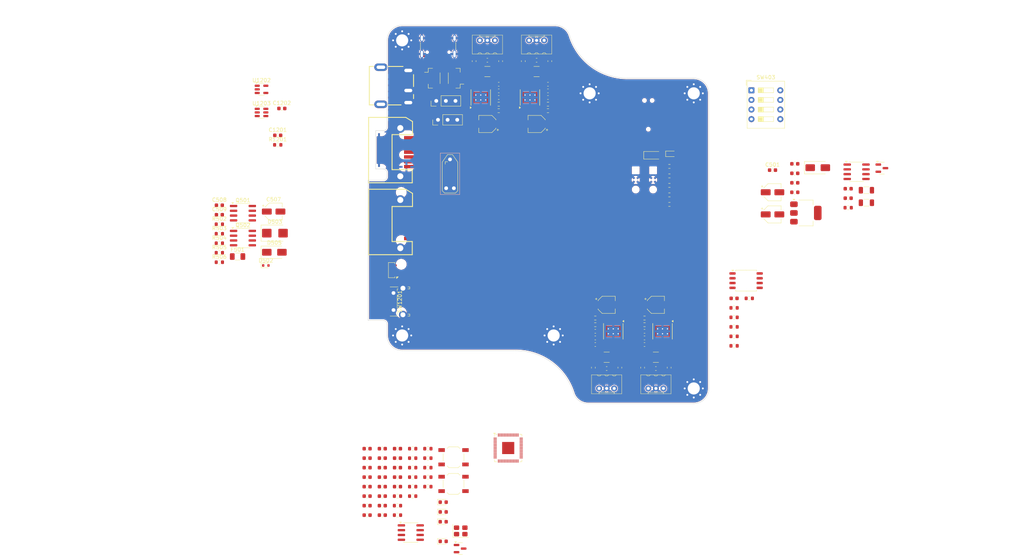
<source format=kicad_pcb>
(kicad_pcb (version 20241229) (generator "pcbnew") (generator_version "9.0")
  (title_block (title "Pump_board") (date "2024-12-04") (rev "${REVISION}") (company "${COMPANY}"))
  (layers (0 "F.Cu" signal "L1 (Sig)") (4 "In1.Cu" power "L2 (GND)") (6 "In2.Cu" power "L3 (PWR)") (2 "B.Cu" signal "L4 (Sig,)") (13 "F.Paste" user) (15 "B.Paste" user) (5 "F.SilkS" user "F.Silkscreen") (7 "B.SilkS" user "B.Silkscreen") (1 "F.Mask" user) (3 "B.Mask" user) (25 "Edge.Cuts" user))
  (net 0 "")
  (net 1 "+3.3V")
  (net 2 "GND")
  (net 3 "/System/MCU/RUN")
  (net 4 "+1V1")
  (net 5 "/System/MCU/XIN")
  (net 6 "/System/MCU/X_OUT_R")
  (net 7 "+5V")
  (net 8 "Net-(U403-OUT)")
  (net 9 "+3.3V_REF")
  (net 10 "+12V")
  (net 11 "Net-(D501-A)")
  (net 12 "Net-(U701-VREF)")
  (net 13 "Net-(U701-OUT1)")
  (net 14 "Net-(U701-OUT2)")
  (net 15 "/System/CAN/VREF")
  (net 16 "Net-(D401-K)")
  (net 17 "Net-(D402-K)")
  (net 18 "Net-(D403-K)")
  (net 19 "Net-(D405-K)")
  (net 20 "VBUS")
  (net 21 "Net-(D602-K)")
  (net 22 "/System/CAN/CAN_H")
  (net 23 "/System/CAN/CAN_L")
  (net 24 "/System/Debug Interface/RX")
  (net 25 "/System/Debug Interface/TX")
  (net 26 "Net-(J602-CC1)")
  (net 27 "Net-(J602-VBUS-PadA4)")
  (net 28 "/System/Debug Interface/D-")
  (net 31 "Net-(J602-CC2)")
  (net 32 "/System/Debug Interface/D+")
  (net 33 "/System/Debug Interface/SWCLK")
  (net 34 "/System/Debug Interface/SWDIO")
  (net 36 "/System/Debug Interface/RESET")
  (net 37 "/System/MCU/QSPI_SS")
  (net 38 "/System/MCU/USB_BOOT")
  (net 39 "Net-(U401-WP)")
  (net 40 "/System/MCU/LED1")
  (net 41 "/System/MCU/XOUT")
  (net 42 "Net-(U404-USB_DP)")
  (net 43 "/System/MCU/D+")
  (net 44 "/System/MCU/D-")
  (net 45 "Net-(U404-USB_DM)")
  (net 46 "Net-(U801-Rs)")
  (net 47 "/System/MCU/SDA")
  (net 48 "/System/MCU/SCL")
  (net 49 "/System/MCU/QSPI_SD2")
  (net 50 "/System/MCU/SWDIO")
  (net 51 "/System/MCU/RX")
  (net 52 "/System/MCU/CAN.TX")
  (net 53 "/System/MCU/QSPI_SCLK")
  (net 54 "/System/MCU/QSPI_SD0")
  (net 55 "/System/MCU/BOARD_TEMP")
  (net 56 "/System/MCU/QSPI_SD1")
  (net 57 "/System/MCU/CAN.RX")
  (net 58 "/System/MCU/TX")
  (net 59 "/System/MCU/SWCLK")
  (net 60 "/System/MCU/VERSION")
  (net 62 "/System/MCU/QSPI_SD3")
  (net 63 "/System/CAN/CAN.RX")
  (net 64 "/System/CAN/CAN.TX")
  (net 65 "Net-(J701-Pin_1)")
  (net 66 "Net-(J701-Pin_3)")
  (net 67 "Net-(U701-ISEN)")
  (net 68 "GND_{PU}")
  (net 70 "Net-(U802-VREF)")
  (net 71 "Net-(U802-OUT1)")
  (net 72 "Net-(U802-OUT2)")
  (net 73 "Net-(U803-VREF)")
  (net 74 "Net-(U803-OUT1)")
  (net 75 "Net-(U803-OUT2)")
  (net 76 "Net-(U804-VREF)")
  (net 77 "Net-(U804-OUT2)")
  (net 78 "Net-(U804-OUT1)")
  (net 79 "Net-(J802-Pin_1)")
  (net 80 "Net-(J802-Pin_3)")
  (net 81 "Net-(J803-Pin_1)")
  (net 82 "Net-(J803-Pin_3)")
  (net 83 "Net-(J804-Pin_1)")
  (net 84 "Net-(J804-Pin_3)")
  (net 85 "Net-(U802-ISEN)")
  (net 86 "Net-(U803-ISEN)")
  (net 87 "Net-(U804-ISEN)")
  (net 88 "/System/MCU/PUMP_1_IN2")
  (net 89 "/System/MCU/PUMP_4_VREF")
  (net 90 "/System/MCU/PUMP_3_IN2")
  (net 91 "/System/MCU/PUMP_1_VREF")
  (net 92 "/System/MCU/PUMP_2_IN1")
  (net 93 "/System/MCU/PUMP_3_VREF")
  (net 94 "/System/MCU/PUMP_4_IN1")
  (net 95 "/System/MCU/PUMP_3_IN1")
  (net 96 "/System/MCU/PUMP_2_VREF")
  (net 97 "/System/MCU/PUMP_4_IN2")
  (net 98 "/System/MCU/PUMP_2_IN2")
  (net 99 "/System/MCU/PUMP_1_IN1")
  (net 101 "Net-(U404-SWD)")
  (net 102 "Net-(U404-SWCLK)")
  (net 103 "Net-(U404-GPIO0)")
  (net 104 "Net-(U404-GPIO1)")
  (net 105 "/System/PUMP_1_VREF")
  (net 106 "/System/PUMP_2_VREF")
  (net 107 "/System/PUMP_3_VREF")
  (net 108 "/System/PUMP_4_VREF")
  (net 109 "/System/PUMP_1_IN1")
  (net 110 "/System/PUMP_1_IN2")
  (net 111 "/System/PUMP_2_IN2")
  (net 112 "/System/PUMP_2_IN1")
  (net 113 "/System/PUMP_3_IN2")
  (net 114 "/System/PUMP_3_IN1")
  (net 115 "/System/PUMP_4_IN2")
  (net 116 "/System/PUMP_4_IN1")
  (net 117 "/System/Power/SENSE_12V")
  (net 118 "/System/Power/SENSE_12V_JACK")
  (net 119 "+12V_JACK")
  (net 120 "Net-(D502-A)")
  (net 121 "Net-(F501-Pad2)")
  (net 122 "Net-(F501-Pad1)")
  (net 123 "+12V_CBUS")
  (net 124 "Net-(C1201-Pad1)")
  (net 128 "Net-(D404-DIN)")
  (net 137 "/System/MCU/PUMP_4_EN")
  (net 138 "/System/MCU/PUMP_3_EN")
  (net 139 "/System/MCU/PUMP_2_EN")
  (net 140 "/System/MCU/PUMP_1_EN")
  (net 141 "/System/MCU/VIN_JACK")
  (net 142 "/System/MCU/ENUM")
  (net 143 "/System/MCU/VIN_SATA")
  (net 144 "/System/MCU/LED2")
  (footprint "Connector_JST:JST_SH_BM03B-SRSS-TB_1x03-1MP_P1.00mm_Vertical" (layer "F.Cu") (at 133.2 45 90)
    (property "Reference" "J601" (hide yes))
    (property "Value" "BM03B-SRSS-TB" (hide yes))
  )
  (footprint "Resistor_SMD:R_0603_1608Metric" (layer "F.Cu") (at 144.5 53.6)
    (property "Reference" "R702" (hide yes))
    (property "Value" "1k" (hide yes))
  )
  (footprint "Capacitor_SMD:C_0603_1608Metric" (layer "F.Cu") (at 109.745 152.955)
    (property "Reference" "C405" (hide yes))
    (property "Value" "100nF" (hide yes))
  )
  (footprint "Resistor_SMD:R_1210_3225Metric" (layer "F.Cu") (at 186 118.75)
    (property "Reference" "R812" (hide yes))
    (property "Value" "100mR/0.5W")
  )
  (footprint "Resistor_SMD:R_0603_1608Metric" (layer "F.Cu") (at 125.785 152.955)
    (property "Reference" "R416" (hide yes))
    (property "Value" "1k" (hide yes))
  )
  (footprint "Capacitor_SMD:C_0603_1608Metric" (layer "F.Cu") (at 222.68 67.63)
    (property "Reference" "C503" (hide yes))
    (property "Value" "100nF" (hide yes))
  )
  (footprint "Capacitor_SMD:C_0603_1608Metric" (layer "F.Cu") (at 183.000001 111.9 180)
    (property "Reference" "C813" (hide yes))
    (property "Value" "1uF")
  )
  (footprint "Capacitor_SMD:C_0603_1608Metric" (layer "F.Cu") (at 170.000001 113.65 180)
    (property "Reference" "C810" (hide yes))
    (property "Value" "1uF")
  )
  (footprint "Resistor_SMD:R_0603_1608Metric" (layer "F.Cu") (at 206.6525 115.74)
    (property "Reference" "R421" (hide yes))
    (property "Value" "22R")
  )
  (footprint "Inductor_SMD:L_0603_1608Metric" (layer "F.Cu") (at 138 40.5 -90)
    (property "Reference" "FB702" (hide yes))
    (property "Value" "10R@100MHz" (hide yes))
  )
  (footprint "Resistor_SMD:R_0603_1608Metric" (layer "F.Cu") (at 206.6525 105.7)
    (property "Reference" "R417" (hide yes))
    (property "Value" "22R")
  )
  (footprint "LED_SMD:LED_0603_1608Metric" (layer "F.Cu") (at 129.835 159.645)
    (property "Reference" "D402" (hide yes))
    (property "Value" "RED" (hide yes))
  )
  (footprint "Capacitor_SMD:C_0603_1608Metric" (layer "F.Cu") (at 87.225 53)
    (property "Reference" "C1202")
    (property "Value" "100nF")
  )
  (footprint "Connector:Tag-Connect_TC2050-IDC-NL_2x05_P1.27mm_Vertical_with_bottom_clip" (layer "F.Cu") (at 131.635 70.27 -90)
    (property "Reference" "J606" (hide yes))
    (property "Value" "ARM_SWD_10" (hide yes))
  )
  (footprint "Resistor_SMD:R_0603_1608Metric" (layer "F.Cu") (at 183.000001 108.4 180)
    (property "Reference" "R811" (hide yes))
    (property "Value" "1k")
  )
  (footprint "Capacitor_SMD:C_0603_1608Metric" (layer "F.Cu") (at 216.8 69.3)
    (property "Reference" "C501")
    (property "Value" "100nF")
  )
  (footprint "Resistor_SMD:R_0603_1608Metric" (layer "F.Cu") (at 236.78 79.23)
    (property "Reference" "R803" (hide yes))
    (property "Value" "1k" (hide yes))
  )
  (footprint "Inductor_SMD:L_0603_1608Metric" (layer "F.Cu") (at 176.5 121.500001 90)
    (property "Reference" "FB804" (hide yes))
    (property "Value" "10R@100MHz")
  )
  (footprint "Package_SO:SOIC-8_3.9x4.9mm_P1.27mm" (layer "F.Cu") (at 121.275 165.095)
    (property "Reference" "U401" (hide yes))
    (property "Value" "AT24C256" (hide yes))
  )
  (footprint "Inductor_SMD:L_0603_1608Metric" (layer "F.Cu") (at 145 40.5 -90)
    (property "Reference" "FB701" (hide yes))
    (property "Value" "10R@100MHz" (hide yes))
  )
  (footprint "LED_SMD:LED_0603_1608Metric" (layer "F.Cu") (at 129.835 162.235)
    (property "Reference" "D403" (hide yes))
    (property "Value" "RED" (hide yes))
  )
  (footprint "TCY_connectors:Hirose_DF3A-03P-2DSA_1x03_P2.00mm_Vertical" (layer "F.Cu") (at 173 125.5 180)
    (property "Reference" "J803" (hide yes))
    (property "Value" "DF3A-03P-2DSA")
  )
  (footprint "Resistor_SMD:R_0603_1608Metric" (layer "F.Cu") (at 125.785 147.935)
    (property "Reference" "R414" (hide yes))
    (property "Value" "22R" (hide yes))
  )
  (footprint "Resistor_SMD:R_0603_1608Metric" (layer "F.Cu") (at 117.765 157.975)
    (property "Reference" "R402" (hide yes))
    (property "Value" "5.1k" (hide yes))
  )
  (footprint "Resistor_SMD:R_0603_1608Metric" (layer "F.Cu") (at 206.6525 108.21)
    (property "Reference" "R418" (hide yes))
    (property "Value" "22R")
  )
  (footprint "Capacitor_SMD:C_0603_1608Metric" (layer "F.Cu") (at 117.765 147.935)
    (property "Reference" "C419" (hide yes))
    (property "Value" "100nF" (hide yes))
  )
  (footprint "Capacitor_SMD:C_0603_1608Metric" (layer "F.Cu") (at 206.6525 103.19)
    (property "Reference" "C421" (hide yes))
    (property "Value" "100nF")
  )
  (footprint "Resistor_SMD:R_0603_1608Metric" (layer "F.Cu") (at 70.725 93.64)
    (property "Reference" "R506")
    (property "Value" "10k")
  )
  (footprint "Resistor_SMD:R_0603_1608Metric" (layer "F.Cu") (at 125.785 145.425)
    (property "Reference" "R413" (hide yes))
    (property "Value" "1k" (hide yes))
  )
  (footprint "Resistor_SMD:R_0603_1608Metric" (layer "F.Cu") (at 189.5675 75.84)
    (property "Reference" "R604" (hide yes))
    (property "Value" "270R" (hide yes))
  )
  (footprint "Capacitor_SMD:C_0603_1608Metric" (layer "F.Cu") (at 117.765 150.445)
    (property "Reference" "C420" (hide yes))
    (property "Value" "100nF" (hide yes))
  )
  (footprint "Resistor_SMD:R_0603_1608Metric" (layer "F.Cu") (at 144.5 51.85)
    (property "Reference" "R701" (hide yes))
    (property "Value" "1k" (hide yes))
  )
  (footprint "LED_SMD:LED_0603_1608Metric" (layer "F.Cu") (at 129.835 167.415)
    (property "Reference" "D405" (hide yes))
    (property "Value" "GREEN" (hide yes))
  )
  (footprint "Capacitor_SMD:C_0603_1608Metric" (layer "F.Cu") (at 144.5 50.1)
    (property "Reference" "C701" (hide yes))
    (property "Value" "1uF" (hide yes))
  )
  (footprint "Inductor_SMD:L_0603_1608Metric" (layer "F.Cu") (at 158 40.5 -90)
    (property "Reference" "FB801" (hide yes))
    (property "Value" "10R@100MHz")
  )
  (footprint "Inductor_SMD:L_0603_1608Metric" (layer "F.Cu") (at 189.5 121.500001 90)
    (property "Reference" "FB806" (hide yes))
    (property "Value" "10R@100MHz")
  )
  (footprint "LED_SMD:LED_0603_1608Metric" (layer "F.Cu") (at 129.835 157.055)
    (property "Reference" "D401" (hide yes))
    (property "Value" "RED" (hide yes))
  )
  (footprint "TCY_connectors:Hirose_DF3A-03P-2DSA_1x03_P2.00mm_Vertical" (layer "F.Cu") (at 154.5 36.5)
    (property "Reference" "J802" (hide yes))
    (property "Value" "DF3A-03P-2DSA")
  )
  (footprint "Button_Switch_SMD:SW_SPST_TL3342" (layer "F.Cu") (at 132.565 152.235)
    (property "Reference" "SW402" (hide yes))
    (property "Value" "TS-1187A-B-A-B" (hide yes))
  )
  (footprint "Capacitor_SMD:C_0603_1608Metric" (layer "F.Cu") (at 170.000001 111.9 180)
    (property "Reference" "C808" (hide yes))
    (property "Value" "1uF")
  )
  (footprint "Capacitor_SMD:C_0603_1608Metric" (layer "F.Cu") (at 113.755 157.975)
    (property "Reference" "C415" (hide yes))
    (property "Value" "100nF" (hide yes))
  )
  (footprint "Resistor_SMD:R_0603_1608Metric" (layer "F.Cu") (at 121.775 142.915)
    (property "Reference" "R404" (hide yes))
    (property "Value" "1k" (hide yes))
  )
  (footprint "Capacitor_SMD:C_0603_1608Metric" (layer "F.Cu") (at 141.5 40.25 180)
    (property "Reference" "C704" (hide yes))
    (property "Value" "10nF" (hide yes))
  )
  (footprint "Capacitor_SMD:C_0603_1608Metric" (layer "F.Cu") (at 113.755 147.935)
    (property "Reference" "C411" (hide yes))
    (property "Value" "100nF" (hide yes))
  )
  (footprint "Inductor_SMD:L_0603_1608Metric" (layer "F.Cu") (at 151 40.5 -90)
    (property "Reference" "FB802" (hide yes))
    (property "Value" "10R@100MHz")
  )
  (footprint "Resistor_SMD:R_0603_1608Metric" (layer "F.Cu") (at 70.725 88.62)
    (property "Reference" "R504")
    (property "Value" "10k")
  )
  (footprint "Capacitor_SMD:C_0603_1608Metric" (layer "F.Cu") (at 70.725 78.58)
    (property "Reference" "C508")
    (property "Value" "1uF")
  )
  (footprint "Capacitor_SMD:C_0603_1608Metric" (layer "F.Cu") (at 113.755 152.955)
    (property "Reference" "C413" (hide yes))
    (property "Value" "100nF" (hide yes))
  )
  (footprint "Button_Switch_THT:SW_Tactile_SPST_Angled_PTS645Vx58-2LFS" (layer "F.Cu") (at 116.7125 106.275 90)
    (property "Reference" "SW1201")
    (property "Value" "HCTL TC-6615-8-260G")
  )
  (footprint "Capacitor_SMD:C_0603_1608Metric" (layer "F.Cu") (at 70.725 81.09)
    (property "Reference" "C509")
    (property "Value" "1uF")
  )
  (footprint "Resistor_SMD:R_0603_1608Metric" (layer "F.Cu") (at 121.775 145.425)
    (property "Reference" "R405" (hide yes))
    (property "Value" "1k" (hide yes))
  )
  (footprint "Resistor_SMD:R_1206_3216Metric" (layer "F.Cu") (at 241.59 77.92)
    (property "Reference" "R802" (hide yes))
    (property "Value" "60R" (hide yes))
  )
  (footprint "Package_SO:SOIC-8_3.9x4.9mm_P1.27mm" (layer "F.Cu") (at 239 69.73)
    (property "Reference" "U801" (hide yes))
    (property "Value" "SN65HVD230" (hide yes))
  )
  (footprint "Capacitor_SMD:C_0603_1608Metric" (layer "F.Cu") (at 113.755 150.445)
    (property "Reference" "C412" (hide yes))
    (property "Value" "100nF" (hide yes))
  )
  (footprint "Capacitor_SMD:C_0603_1608Metric" (layer "F.Cu") (at 113.755 142.915)
    (property "Reference" "C409" (hide yes))
    (property "Value" "1uF" (hide yes))
  )
  (footprint "MountingHole:MountingHole_3.2mm_M3_Pad_Via" (layer "F.Cu") (at 119 113)
    (property "Reference" "H804" (hide yes))
    (property "Value" "M3")
  )
  (footprint "Capacitor_SMD:C_0603_1608Metric" (layer "F.Cu") (at 109.745 142.915)
    (property "Reference" "C401" (hide yes))
    (property "Value" "100nF" (hide yes))
  )
  (footprint "Resistor_SMD:R_0603_1608Metric" (layer "F.Cu") (at 170.000001 110.15 180)
    (property "Reference" "R807" (hide yes))
    (property "Value" "1k")
  )
  (footprint "Capacitor_SMD:C_0603_1608Metric" (layer "F.Cu") (at 183.000001 115.4 180)
    (property "Reference" "C814" (hide yes))
    (property "Value" "100nF")
  )
  (footprint "Button_Switch_SMD:SW_SPST_TL3342" (layer "F.Cu") (at 132.565 145.185)
    (property "Reference" "SW401" (hide yes))
    (property "Value" "TS-1187A-B-A-B" (hide yes))
  )
  (footprint "Capacitor_SMD:C_0603_1608Metric" (layer "F.Cu") (at 109.745 147.935)
    (property "Reference" "C403" (hide yes))
    (property "Value" "100nF" (hide yes))
  )
  (footprint "Inductor_SMD:L_0603_1608Metric" (layer "F.Cu") (at 182.500001 121.5 90)
    (property "Reference" "FB805" (hide yes))
    (property "Value" "10R@100MHz")
  )
  (footprint "Resistor_SMD:R_0603_1608Metric" (layer "F.Cu") (at 117.765 160.485)
    (property "Reference" "R403" (hide yes))
    (property "Value" "270R" (hide yes))
  )
  (footprint "Package_SO:SOIC-8_3.9x4.9mm_P1.27mm" (layer "F.Cu") (at 76.955 87.26)
    (property "Reference" "Q502")
    (property "Value" "AO4435")
  )
  (footprint "Resistor_SMD:R_0603_1608Metric" (layer "F.Cu") (at 206.6525 113.23)
    (property "Reference" "R420" (hide yes))
    (property "Value" "10k")
  )
  (footprint "Capacitor_SMD:C_0603_1608Metric" (layer "F.Cu") (at 109.745 155.465)
    (property "Reference" "C406" (hide yes))
    (property "Value" "10pF" (hide yes))
  )
  (footprint "Resistor_SMD:R_0603_1608Metric" (layer "F.Cu") (at 70.725 86.11)
    (property "Reference" "R503")
    (property "Value" "10k")
  )
  (footprint "Fuse:Fuse_1206_3216Metric" (layer "F.Cu") (at 75.535 92.14)
    (property "Reference" "F501")
    (property "Value" "2A")
  )
  (footprint "Capacitor_SMD:CP_Elec_4x5.4" (layer "F.Cu") (at 173 104.9)
    (property "Reference" "C812" (hide yes))
    (property "Value" "10uF/25V")
  )
  (footprint "Resistor_SMD:R_0603_1608Metric" (layer "F.Cu") (at 121.775 155.465)
    (property "Reference" "R409" (hide yes))
    (property "Value" "10k" (hide yes))
  )
  (footprint "Package_SO:SOIC-8_3.9x4.9mm_P1.27mm" (layer "F.Cu") (at 76.955 80.68)
    (property "Reference" "Q501")
    (property "Value" "AO4435")
  )
  (footprint "Capacitor_SMD:C_0603_1608Metric" (layer "F.Cu") (at 113.755 145.425)
    (property "Reference" "C410" (hide yes))
    (property "Value" "100nF" (hide yes))
  )
  (footprint "Capacitor_SMD:C_0603_1608Metric" (layer "F.Cu") (at 236.78 74.21)
    (property "Reference" "C801" (hide yes))
    (property "Value" "10nF" (hide yes))
  )
  (footprint "Resistor_SMD:R_0603_1608Metric" (layer "F.Cu") (at 189.5675 68.31)
    (property "Reference" "R601" (hide yes))
    (property "Value" "0R" (hide yes))
  )
  (footprint "Resistor_SMD:R_0603_1608Metric" (layer "F.Cu") (at 125.785 142.915)
    (property "Reference" "R412" (hide yes))
    (property "Value" "270R" (hide yes))
  )
  (footprint "Package_SO:Texas_HTSOP-8-1EP_3.9x4.9mm_P1.27mm_EP2.95x4.9mm_Mask2.4x3.1mm_ThermalVias" (layer "F.Cu") (at 152.75 50.1 90)
    (property "Reference" "U802" (hide yes))
    (property "Value" "DRV8870DDA")
  )
  (footprint "Capacitor_SMD:C_0603_1608Metric" (layer "F.Cu") (at 186 121.75)
    (property "Reference" "C816" (hide yes))
    (property "Value" "10nF")
  )
  (footprint "Capacitor_SMD:C_0603_1608Metric" (layer "F.Cu") (at 144.5 46.6)
    (property "Reference" "C702" (hide yes))
    (property "Value" "100nF" (hide yes))
  )
  (footprint "Capacitor_SMD:C_0603_1608Metric" (layer "F.Cu") (at 170.000001 115.4 180)
    (property "Reference" "C809" (hide yes))
    (property "Value" "100nF")
  )
  (footprint "Resistor_SMD:R_0603_1608Metric" (layer "F.Cu") (at 121.775 150.445)
    (property "Reference" "R407" (hide yes))
    (property "Value" "10k" (hide yes))
  )
  (footprint "Resistor_SMD:R_0603_1608Metric" (layer "F.Cu") (at 121.775 152.955)
    (property "Reference" "R408" (hide yes))
    (property "Value" "270R" (hide yes))
  )
  (footprint "Capacitor_SMD:C_0603_1608Metric" (layer "F.Cu") (at 154.5 40.25 180)
    (property "Reference" "C806" (hide yes))
    (property "Value" "10nF")
  )
  (footprint "Package_DFN_QFN:QFN-56-1EP_7x7mm_P0.4mm_EP3.2x3.2mm" (layer "F.Cu") (at 147 142.75)
    (property "Reference" "U404" (hide yes))
    (property "Value" "RP2040" (hide yes))
  )
  (footprint "Capacitor_SMD:C_0603_1608Metric" (layer "F.Cu") (at 86.1425 60.105)
    (property "Reference" "C1201")
    (property "Value" "100nF")
  )
  (footprint "Connector_JST:JST_SH_BM03B-SRSS-TB_1x03-1MP_P1.00mm_Vertical" (layer "F.Cu") (at 127 45 -90)
    (property "Reference" "J604" (hide yes))
    (property "Value" "BM03B-SRSS-TB" (hide yes))
  )
  (footprint "Capacitor_SMD:C_0603_1608Metric" (layer "F.Cu") (at 113.755 160.485)
    (property "Reference" "C416" (hide yes))
    (property "Value" "1uF" (hide yes))
  )
  (footprint "Diode_SMD:D_SMB" (layer "F.Cu") (at 85.4 85.95)
    (property "Reference" "D503")
    (property "Value" "SMBJ13CA")
  )
  (footprint "Package_TO_SOT_SMD:SOT-23" (layer "F.Cu") (at 134.295 169.33)
    (property "Reference" "U403" (hide yes))
    (property "Value" "REF3033" (hide yes))
  )
  (footprint "TCY_connectors:Hirose_DF3A-03P-2DSA_1x03_P2.00mm_Vertical" (layer "F.Cu") (at 141.5 36.5)
    (property "Reference" "J701" (hide yes))
    (property "Value" "DF3A-03P-2DSA")
  )
  (footprint "TCY_connectors:HYC_HYCW02-SATA07-250B_Horizontal_THT" (layer "F.Cu") (at 119.6275 83.55 -90)
    (property "Reference" "J801" (hide yes))
    (property "Value" "SATA07-250B")
  )
  (footprint "Capacitor_SMD:CP_Elec_4x5.4" (layer "F.Cu") (at 186 104.9)
    (property "Reference" "C817" (hide yes))
    (property "Value" "10uF/25V")
  )
  (footprint "Capacitor_SMD:C_0603_1608Metric" (layer "F.Cu") (at 113.755 155.465)
    (property "Reference" "C414" (hide yes))
    (property "Value" "100nF" (hide yes))
  )
  (footprint "Capacitor_SMD:C_0603_1608Metric" (layer "F.Cu") (at 157.5 46.6)
    (property "Reference" "C804" (hide yes))
    (property "Value" "100nF")
  )
  (footprint "Capacitor_SMD:C_0603_1608Metric" (layer "F.Cu") (at 183.000001 113.65 180)
    (property "Reference" "C815" (hide yes))
    (property "Value" "1uF")
  )
  (footprint "Crystal:Crystal_SMD_Abracon_ABM8G-4Pin_3.2x2.5mm" (layer "F.Cu") (at 134.465 164.655)
    (property "Reference" "Y401" (hide yes))
    (property "Value" "12MHz" (hide yes))
  )
  (footprint "Resistor_SMD:R_0603_1608Metric" (layer "F.Cu") (at 117.765 155.465)
    (property "Reference" "R401" (hide yes))
    (property "Value" "5.1k" (hide yes))
  )
  (footprint "Resistor_SMD:R_0603_1608Metric" (layer "F.Cu") (at 210.6625 103.19)
    (property "Reference" "R422" (hide yes))
    (property "Value" "22R")
  )
  (footprint "MountingHole:MountingHole_3.2mm_M3_Pad_Via" (layer "F.Cu") (at 196 49)
    (property "Reference" "H801" (hide yes))
    (property "Value" "M3")
  )
  (footprint "Capacitor_SMD:C_0603_1608Metric" (layer "F.Cu") (at 157.5 50.1)
    (property "Reference" "C803" (hide yes))
    (property "Value" "1uF")
  )
  (footprint "TCY_smd_leds:WS2812B_2.0x4.0mm_Side_view" (layer "F.Cu") (at 117 95.73 -90)
    (property "Reference" "D404" (hide yes))
    (property "Value" "WS2812B")
  )
  (footprint "Package_SO:SOIC-8_5.3x5.3mm_P1.27mm" (layer "F.Cu") (at 209.8225 98.51)
    (property "Reference" "U405" (hide yes))
    (property "Value" "W25Q128JVS")
  )
  (footprint "Resistor_SMD:R_0603_1608Metric" (layer "F.Cu") (at 70.725 83.6)
    (property "Reference" "R502")
    (property "Value" "10k")
  )
  (footprint "LED_SMD:LED_0603_1608Metric" (layer "F.Cu") (at 190.0575 64.99)
    (property "Reference" "D602" (hide yes))
    (property "Value" "RED" (hide yes))
  )
  (footprint "Capacitor_SMD:C_0603_1608Metric" (layer "F.Cu") (at 109.745 157.975)
    (property "Reference" "C407" (hide yes))
    (property "Value" "10pF" (hide yes))
  )
  (footprint "Capacitor_SMD:C_0603_1608Metric" (layer "F.Cu") (at 222.68 72.65)
    (property "Reference" "C506" (hide yes))
    (property "Value" "100nF" (hide yes))
  )
  (footprint "Connector_PinHeader_2.54mm:PinHeader_1x03_P2.54mm_Vertical" (layer "F.Cu") (at 128 51 90)
    (property "Reference" "J603" (hide yes))
    (property "Value" "Pin_header_01x03" (hide yes))
  )
  (footprint "Diode_SMD:D_SOD-523" (layer "F.Cu") (at 83 94.5)
    (property "Reference" "D502")
    (property "Value" "MM5Z5V1")
  )
  (footprint "Resistor_SMD:R_1210_3225Metric" (layer "F.Cu") (at 173 118.75)
    (property "Reference" "R809" (hide yes))
    (property "Value" "100mR/0.5W")
  )
  (footprint "Diode_SMD:D_SOD-123" (layer "F.Cu") (at 185.1425 65.37)
    (property "Reference" "D601" (hide yes))
    (property "Value" "B5817W" (hide yes))
  )
  (footprint "Package_TO_SOT_SMD:SOT-23" (layer "F.Cu") (at 245.68 68.775)
    (property "Reference" "D801" (hide yes))
    (property "Value" "PSM712-LF-T7" (hide yes))
  )
  (footprint "Diode_SMD:D_SMA" (layer "F.Cu") (at 85.25 91)
    (property "Reference" "D505")
    (property "Value" "SS34")
  )
  (footprint "Resistor_SMD:R_0603_1608Metric" (layer "F.Cu") (at 121.775 147.935)
    (property "Reference" "R406" (hide yes))
    (property "Value" "0R" (hide yes))
  )
  (footprint "TCY_connectors:Barrel_Jack_DC-044A-A250" (layer "F.Cu") (at 117 47)
    (property "Reference" "J501" (hide yes))
    (property "Value" "DC-044A-A250")
  )
  (footprint "Capacitor_SMD:C_0603_1608Metric" (layer "F.Cu") (at 222.68 70.14)
    (property "Reference" "C505" (hide yes))
    (property "Value" "100nF" (hide yes))
  )
  (footprint "MountingHole:MountingHole_3.2mm_M3_Pad_Via" (layer "F.Cu") (at 168.5 49)
    (property "Reference" "H802" (hide yes))
    (property "Value" "M3")
  )
  (footprint "Resistor_SMD:R_0603_1608Metric" (layer "F.Cu") (at 189.5675 70.82)
    (property "Reference" "R602" (hide yes))
    (property "Value" "5.1k" (hide yes))
  )
  (footprint "Resistor_SMD:R_1206_3216Metric" (layer "F.Cu") (at 241.59 74.61)
    (property "Reference" "R801" (hide yes))
    (property "Value" "60R" (hide yes))
  )
  (footprint "TCY_connectors:Hirose_DF3A-03P-2DSA_1x03_P2.00mm_Vertical" (layer "F.Cu") (at 186 125.5 180)
    (property "Reference" "J804" (hide yes))
    (property "Value" "DF3A-03P-2DSA")
  )
  (footprint "Capacitor_SMD:C_0603_1608Metric" (layer "F.Cu") (at 236.78 76.72)
    (property "Reference" "C802" (hide yes))
    (property "Value" "100nF" (hide yes))
  )
  (footprint "Capacitor_SMD:C_0603_1608Metric" (layer "F.Cu") (at 109.745 150.445)
    (property "Reference" "C404" (hide yes))
    (property "Value" "100nF" (hide yes))
  )
  (footprint "Inductor_SMD:L_0603_1608Metric" (layer "F.Cu") (at 169.500001 121.5 90)
    (property "Reference" "FB803" (hide yes))
    (property "Value" "10R@100MHz")
  )
  (footprint "Resistor_SMD:R_0603_1608Metric" (layer "F.Cu") (at 206.6525 110.72)
    (property "Reference" "R419" (hide yes))
    (property "Value" "1k")
  )
  (footprint "Capacitor_SMD:CP_Elec_4x5.4" (layer "F.Cu") (at 141.5 57.1 180)
    (property "Reference" "C705" (hide yes))
    (property "Value" "10uF/25V" (hide yes))
  )
  (footprint "Resistor_SMD:R_0603_1608Metric" (layer "F.Cu") (at 125.785 150.445)
    (property "Reference" "R415" (hide yes))
    (property "Value" "22R" (hide yes))
  )
  (footprint "Capacitor_SMD:C_0603_1608Metric" (layer "F.Cu") (at 109.745 160.485)
    (property "Reference" "C408" (hide yes))
    (property "Value" "1uF" (hide yes))
  )
  (footprint "Resistor_SMD:R_1210_3225Metric" (layer "F.Cu") (at 141.5 43.25 180)
    (property "Reference" "R703" (hide yes))
    (property "Value" "100mR/0.5W" (hide yes))
  )
  (footprint "Package_TO_SOT_SMD:SOT-23-5" (layer "F.Cu") (at 81.8625 47.95)
    (property "Reference" "U1202")
    (property "Value" "SN74LVC1G14DBV")
  )
  (footprint "Capacitor_SMD:C_0603_1608Metric" (layer "F.Cu") (at 117.765 145.425)
    (property "Reference" "C418" (hide yes))
    (property "Value" "1uF" (hide yes))
  )
  (footprint "Package_TO_SOT_SMD:SOT-223-3_TabPin2" (layer "F.Cu") (at 225.6 80.615)
    (property "Reference" "U501" (hide yes))
    (property "Value" "AMS1117-3.3" (hide yes))
  )
  (footprint "TCY_connectors:HYC_HYCW02-SATA07-250B_Horizontal_THT" (layer "F.Cu") (at 119.6275 64.55 -90)
    (property "Reference" "J1" (hide yes))
    (property "Value" "SATA07-250B")
  )
  (footprint "Resistor_SMD:R_0603_1608Metric" (layer "F.Cu") (at 86.1425 62.615)
    (property "Reference" "R1201")
    (property "Value" "10k")
  )
  (footprint "Capacitor_SMD:CP_Elec_4x5.4" (layer "F.Cu") (at 216.8 75.15)
    (property "Reference" "C502" (hide yes))
    (property "Value" "10uF/25V" (hide yes))
  )
  (footprint "Capacitor_SMD:CP_Elec_4x5.4" (layer "F.Cu") (at 85.055 80.25)
    (property "Reference" "C507")
    (property "Value" "10uF/25V")
  )
  (footprint "Capacitor_SMD:C_0603_1608Metric" (layer "F.Cu") (at 157.5 48.35)
    (property "Reference" "C805" (hide yes))
    (property "Value" "1uF")
  )
  (footprint "Connector_USB:USB_C_Receptacle_GCT_USB4105-xx-A_16P_TopMnt_Horizontal" (layer "F.Cu") (at 128.5 35.5 180)
    (property "Reference" "J602" (hide yes))
    (property "Value" "U263-163N-4BLS1735" (hide yes))
  )
  (footprint "Capacitor_SMD:CP_Elec_4x5.4" (layer "F.Cu") (at 216.8 81)
    (property "Reference" "C504" (hide yes))
    (property "Value" "10uF/25V" (hide yes))
  )
  (footprint "MountingHole:MountingHole_3.2mm_M3_Pad_Via" (layer "F.Cu") (at 196 127)
    (property "Reference" "H803" (hide yes))
    (property "Value" "M3")
  )
  (footprint "Resistor_SMD:R_0603_1608Metric" (layer "F.Cu") (at 189.5675 73.33)
    (property "Reference" "R603" (hide yes))
    (property "Value" "5.1k" (hide yes))
  )
  (footprint "Capacitor_SMD:C_0603_1608Metric" (layer "F.Cu") (at 173 121.75)
    (property "Reference" "C811" (hide yes))
    (property "Value" "10nF")
  )
  (footprint "MountingHole:MountingHole_3.2mm_M3_Pad_Via" (layer "F.Cu") (at 159 113)
    (property "Reference" "H805" (hide yes))
    (property "Value" "M3")
  )
  (footprint "Capacitor_SMD:C_0603_1608Metric" (layer "F.Cu") (at 117.765 142.915)
    (property "Reference" "C417" (hide yes))
    (property "Value" "100nF" (hide yes))
  )
  (footprint "Inductor_SMD:L_0603_1608Metric" (layer "F.Cu") (at 117.765 152.955)
    (property "Reference" "FB401" (hide yes))
    (property "Value" "10R@100MHz" (hide yes))
  )
  (footprint "Capacitor_SMD:C_0603_1608Metric" (layer "F.Cu") (at 144.5 48.35)
    (property "Reference" "C703" (hide yes))
    (property "Value" "1uF" (hide yes))
  )
  (footprint "Connector_PinHeader_2.54mm:PinHeader_1x03_P2.54mm_Vertical" (layer "F.Cu") (at 128.46 56 90)
    (property "Reference" "J605" (hide yes))
    (property "Value" "Pin_header_01x03" (hide yes))
  )
  (footprint "Resistor_SMD:R_0603_1608Metric" (layer "F.Cu") (at 157.5 53.6)
    (property "Reference" "R805" (hide yes))
    (property "Value" "1k")
  )
  (footprint "Package_TO_SOT_SMD:SOT-23-6" (layer "F.Cu") (at 81.8625 54.05)
    (property "Reference" "U1203")
    (property "Value" "SN74LVC1T45DBV")
  )
  (footprint "Inductor_SMD:L_0603_1608Metric" (layer "F.Cu") (at 222.68 75.16)
    (property "Reference" "FB501" (hide yes))
    (property "Value" "10R@100MHz" (hide yes))
  )
  (footprint "Package_SO:Texas_HTSOP-8-1EP_3.9x4.9mm_P1.27mm_EP2.95x4.9mm_Mask2.4x3.1mm_ThermalVias" (layer "F.Cu") (at 187.75 111.9 -90)
    (property "Reference" "U804" (hide yes))
    (property "Value" "DRV8870DDA")
  )
  (footprint "Resistor_SMD:R_0603_1608Metric" (layer "F.Cu") (at 170.000001 108.4 180)
    (property "Reference" "R808" (hide yes))
    (property "Value" "1k")
  )
  (footprint "Resistor_SMD:R_0603_1608Metric" (layer "F.Cu") (at 157.5 51.85)
    (property "Reference" "R804" (hide yes))
    (property "Value" "1k")
  )
  (footprint "Diode_SMD:D_SMA" (layer "F.Cu") (at 228.755 68.65)
    (property "Reference" "D501" (hide yes))
    (property "Value" "SS34" (hide yes))
  )
  (footprint "Package_SO:Texas_HTSOP-8-1EP_3.9x4.9mm_P1.27mm_EP2.95x4.9mm_Mask2.4x3.1mm_ThermalVias" (layer "F.Cu") (at 139.75 50.1 90)
    (property "Reference" "U701" (hide yes))
    (property "Value" "DRV8870DDA" (hide yes))
  )
  (footprint "Capacitor_SMD:C_0603_1608Metric" (layer "F.Cu") (at 109.745 145.425)
    (property "Reference" "C402" (hide yes))
    (property "Value" "1uF" (hide yes))
  )
  (footprint "Button_Switch_THT:SW_DIP_SPSTx04_Slide_9.78x12.34mm_W7.62mm_P2.54mm" (layer "F.Cu") (at 211.2325 48.2025)
    (property "Reference" "SW403")
    (property "Value" "SW_DIP_x04")
  )
  (footprint "Resistor_SMD:R_0603_1608Metric" (layer "F.Cu") (at 183.000001 110.15 180)
    (property "Reference" "R810" (hide yes))
    (property "Value" "1k")
  )
  (footprint "MountingHole:MountingHole_3.2mm_M3_Pad_Via" (layer "F.Cu") (at 119 35)
    (property "Reference" "H1" (hide yes))
    (property "Value" "M3")
  )
  (footprint "Package_SO:Texas_HTSOP-8-1EP_3.9x4.9mm_P1.27mm_EP2.95x4.9mm_Mask2.4x3.1mm_ThermalVias" (layer "F.Cu") (at 174.75 111.9 -90)
    (property "Reference" "U803" (hide yes))
    (property "Value" "DRV8870DDA")
  )
  (footprint "Resistor_SMD:R_1210_3225Metric" (layer "F.Cu") (at 154.5 43.25 180)
    (property "Reference" "R806" (hide yes))
    (property "Value" "100mR/0.5W")
  )
  (footprint "Resistor_SMD:R_0603_1608Metric" (layer "F.Cu") (at 189.5675 78.35)
    (property "Reference" "R605" (hide yes))
    (property "Value" "270R" (hide yes))
  )
  (footprint "Capacitor_SMD:CP_Elec_4x5.4" (layer "F.Cu") (at 154.5 57.1 180)
    (property "Reference" "C807" (hide yes))
    (property "Value" "10uF/25V")
  )
  (footprint "Resistor_SMD:R_0603_1608Metric" (layer "F.Cu") (at 70.725 91.13)
    (property "Reference" "R505")
    (property "Value" "10k")
  )
  (gr_arc (start 178.5 45) (mid 169.034272 41.899612) (end 163.236973 33.8) (stroke (width 0.1)) (layer "Edge.Cuts"))
  (gr_arc (start 114 68.975) (mid 114.707106 69.267894) (end 115 69.975) (stroke (width 0.1)) (layer "Edge.Cuts"))
  (gr_line (start 114 109) (end 110 109) (stroke (width 0.1)) (layer "Edge.Cuts"))
  (gr_line (start 149 117) (end 119 117) (stroke (width 0.1)) (layer "Edge.Cuts"))
  (gr_arc (start 159.421216 31) (mid 161.787648 31.775097) (end 163.236973 33.8) (stroke (width 0.1)) (layer "Edge.Cuts"))
  (gr_arc (start 119 117) (mid 116.171573 115.828427) (end 115 113) (stroke (width 0.1)) (layer "Edge.Cuts"))
  (gr_line (start 196 131) (end 168.078784 131) (stroke (width 0.1)) (layer "Edge.Cuts"))
  (gr_line (start 178.5 45) (end 196 45) (stroke (width 0.1)) (layer "Edge.Cuts"))
  (gr_arc (start 168.078784 131) (mid 165.712352 130.224903) (end 164.263027 128.2) (stroke (width 0.1)) (layer "Edge.Cuts"))
  (gr_arc (start 115 35) (mid 116.171573 32.171573) (end 119 31) (stroke (width 0.1)) (layer "Edge.Cuts"))
  (gr_line (start 110 72) (end 114 72) (stroke (width 0.1)) (layer "Edge.Cuts"))
  (gr_arc (start 149 117) (mid 158.465728 120.100388) (end 164.263027 128.2) (stroke (width 0.1)) (layer "Edge.Cuts"))
  (gr_line (start 200 49) (end 200 127) (stroke (width 0.1)) (layer "Edge.Cuts"))
  (gr_line (start 115 57.875) (end 115 35) (stroke (width 0.1)) (layer "Edge.Cuts"))
  (gr_arc (start 196 45) (mid 198.828427 46.171573) (end 200 49) (stroke (width 0.1)) (layer "Edge.Cuts"))
  (gr_arc (start 115 57.875) (mid 114.707107 58.582107) (end 114 58.875) (stroke (width 0.1)) (layer "Edge.Cuts"))
  (gr_line (start 112 58.875) (end 114 58.875) (stroke (width 0.1)) (layer "Edge.Cuts"))
  (gr_line (start 115 113) (end 115 110) (stroke (width 0.1)) (layer "Edge.Cuts"))
  (gr_arc (start 200 127) (mid 198.828427 129.828427) (end 196 131) (stroke (width 0.1)) (layer "Edge.Cuts"))
  (gr_line (start 110 109) (end 110 72) (stroke (width 0.1)) (layer "Edge.Cuts"))
  (gr_line (start 112 68.975) (end 112 58.875) (stroke (width 0.1)) (layer "Edge.Cuts"))
  (gr_line (start 119 31) (end 159.421216 31) (stroke (width 0.1)) (layer "Edge.Cuts"))
  (gr_arc (start 115 71) (mid 114.707107 71.707107) (end 114 72) (stroke (width 0.1)) (layer "Edge.Cuts"))
  (gr_line (start 114 68.975) (end 112 68.975) (stroke (width 0.1)) (layer "Edge.Cuts"))
  (gr_line (start 115 71) (end 115 69.975) (stroke (width 0.1)) (layer "Edge.Cuts"))
  (gr_arc (start 114 109) (mid 114.707107 109.292893) (end 115 110) (stroke (width 0.1)) (layer "Edge.Cuts"))
  (zone (net 2) (net_name "GND") (layers "F.Cu" "B.Cu" "In1.Cu" "In2.Cu") (connect_pads (clearance 0.2)) (min_thickness 0.25) (fill yes (thermal_gap 0.25) (thermal_bridge_width 0.5))
    (polygon (pts (xy 200 31) (xy 200 131) (xy 110 131) (xy 110 31)))
  )
)
</source>
